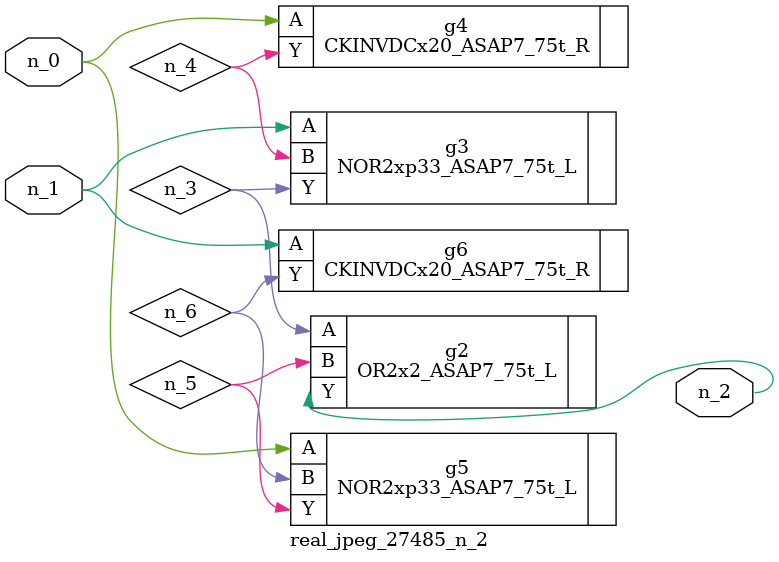
<source format=v>
module real_jpeg_27485_n_2 (n_1, n_0, n_2);

input n_1;
input n_0;

output n_2;

wire n_5;
wire n_4;
wire n_6;
wire n_3;

CKINVDCx20_ASAP7_75t_R g4 ( 
.A(n_0),
.Y(n_4)
);

NOR2xp33_ASAP7_75t_L g5 ( 
.A(n_0),
.B(n_6),
.Y(n_5)
);

NOR2xp33_ASAP7_75t_L g3 ( 
.A(n_1),
.B(n_4),
.Y(n_3)
);

CKINVDCx20_ASAP7_75t_R g6 ( 
.A(n_1),
.Y(n_6)
);

OR2x2_ASAP7_75t_L g2 ( 
.A(n_3),
.B(n_5),
.Y(n_2)
);


endmodule
</source>
